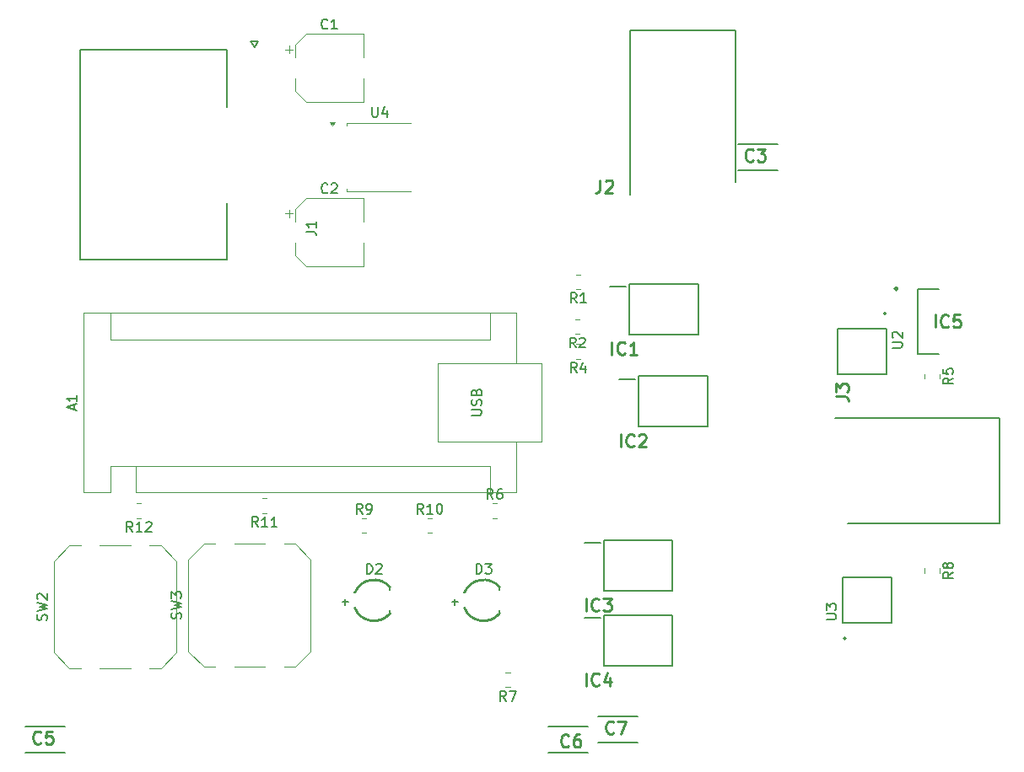
<source format=gbr>
%TF.GenerationSoftware,KiCad,Pcbnew,8.0.2-1*%
%TF.CreationDate,2024-11-25T18:38:24-05:00*%
%TF.ProjectId,EMS-Cast,454d532d-4361-4737-942e-6b696361645f,rev?*%
%TF.SameCoordinates,Original*%
%TF.FileFunction,Legend,Top*%
%TF.FilePolarity,Positive*%
%FSLAX46Y46*%
G04 Gerber Fmt 4.6, Leading zero omitted, Abs format (unit mm)*
G04 Created by KiCad (PCBNEW 8.0.2-1) date 2024-11-25 18:38:24*
%MOMM*%
%LPD*%
G01*
G04 APERTURE LIST*
%ADD10C,0.150000*%
%ADD11C,0.254000*%
%ADD12C,0.127000*%
%ADD13C,0.200000*%
%ADD14C,0.120000*%
%ADD15C,0.220000*%
%ADD16C,0.250000*%
G04 APERTURE END LIST*
D10*
X172395381Y-106906492D02*
X173205587Y-106906492D01*
X173205587Y-106906492D02*
X173300905Y-106858832D01*
X173300905Y-106858832D02*
X173348565Y-106811173D01*
X173348565Y-106811173D02*
X173396224Y-106715855D01*
X173396224Y-106715855D02*
X173396224Y-106525218D01*
X173396224Y-106525218D02*
X173348565Y-106429900D01*
X173348565Y-106429900D02*
X173300905Y-106382240D01*
X173300905Y-106382240D02*
X173205587Y-106334581D01*
X173205587Y-106334581D02*
X172395381Y-106334581D01*
X172395381Y-105953308D02*
X172395381Y-105333738D01*
X172395381Y-105333738D02*
X172776654Y-105667353D01*
X172776654Y-105667353D02*
X172776654Y-105524375D01*
X172776654Y-105524375D02*
X172824313Y-105429057D01*
X172824313Y-105429057D02*
X172871973Y-105381398D01*
X172871973Y-105381398D02*
X172967291Y-105333738D01*
X172967291Y-105333738D02*
X173205587Y-105333738D01*
X173205587Y-105333738D02*
X173300905Y-105381398D01*
X173300905Y-105381398D02*
X173348565Y-105429057D01*
X173348565Y-105429057D02*
X173396224Y-105524375D01*
X173396224Y-105524375D02*
X173396224Y-105810330D01*
X173396224Y-105810330D02*
X173348565Y-105905649D01*
X173348565Y-105905649D02*
X173300905Y-105953308D01*
D11*
X149680667Y-62776818D02*
X149680667Y-63683961D01*
X149680667Y-63683961D02*
X149620190Y-63865389D01*
X149620190Y-63865389D02*
X149499238Y-63986342D01*
X149499238Y-63986342D02*
X149317809Y-64046818D01*
X149317809Y-64046818D02*
X149196857Y-64046818D01*
X150224952Y-62897770D02*
X150285428Y-62837294D01*
X150285428Y-62837294D02*
X150406381Y-62776818D01*
X150406381Y-62776818D02*
X150708762Y-62776818D01*
X150708762Y-62776818D02*
X150829714Y-62837294D01*
X150829714Y-62837294D02*
X150890190Y-62897770D01*
X150890190Y-62897770D02*
X150950667Y-63018722D01*
X150950667Y-63018722D02*
X150950667Y-63139675D01*
X150950667Y-63139675D02*
X150890190Y-63321103D01*
X150890190Y-63321103D02*
X150164476Y-64046818D01*
X150164476Y-64046818D02*
X150950667Y-64046818D01*
X165043333Y-60794365D02*
X164982857Y-60854842D01*
X164982857Y-60854842D02*
X164801428Y-60915318D01*
X164801428Y-60915318D02*
X164680476Y-60915318D01*
X164680476Y-60915318D02*
X164499047Y-60854842D01*
X164499047Y-60854842D02*
X164378095Y-60733889D01*
X164378095Y-60733889D02*
X164317618Y-60612937D01*
X164317618Y-60612937D02*
X164257142Y-60371032D01*
X164257142Y-60371032D02*
X164257142Y-60189603D01*
X164257142Y-60189603D02*
X164317618Y-59947699D01*
X164317618Y-59947699D02*
X164378095Y-59826746D01*
X164378095Y-59826746D02*
X164499047Y-59705794D01*
X164499047Y-59705794D02*
X164680476Y-59645318D01*
X164680476Y-59645318D02*
X164801428Y-59645318D01*
X164801428Y-59645318D02*
X164982857Y-59705794D01*
X164982857Y-59705794D02*
X165043333Y-59766270D01*
X165466666Y-59645318D02*
X166252857Y-59645318D01*
X166252857Y-59645318D02*
X165829523Y-60129127D01*
X165829523Y-60129127D02*
X166010952Y-60129127D01*
X166010952Y-60129127D02*
X166131904Y-60189603D01*
X166131904Y-60189603D02*
X166192380Y-60250080D01*
X166192380Y-60250080D02*
X166252857Y-60371032D01*
X166252857Y-60371032D02*
X166252857Y-60673413D01*
X166252857Y-60673413D02*
X166192380Y-60794365D01*
X166192380Y-60794365D02*
X166131904Y-60854842D01*
X166131904Y-60854842D02*
X166010952Y-60915318D01*
X166010952Y-60915318D02*
X165648095Y-60915318D01*
X165648095Y-60915318D02*
X165527142Y-60854842D01*
X165527142Y-60854842D02*
X165466666Y-60794365D01*
D10*
X120169819Y-67963333D02*
X120884104Y-67963333D01*
X120884104Y-67963333D02*
X121026961Y-68010952D01*
X121026961Y-68010952D02*
X121122200Y-68106190D01*
X121122200Y-68106190D02*
X121169819Y-68249047D01*
X121169819Y-68249047D02*
X121169819Y-68344285D01*
X121169819Y-66963333D02*
X121169819Y-67534761D01*
X121169819Y-67249047D02*
X120169819Y-67249047D01*
X120169819Y-67249047D02*
X120312676Y-67344285D01*
X120312676Y-67344285D02*
X120407914Y-67439523D01*
X120407914Y-67439523D02*
X120455533Y-67534761D01*
X179013351Y-79618602D02*
X179823557Y-79618602D01*
X179823557Y-79618602D02*
X179918875Y-79570942D01*
X179918875Y-79570942D02*
X179966535Y-79523283D01*
X179966535Y-79523283D02*
X180014194Y-79427965D01*
X180014194Y-79427965D02*
X180014194Y-79237328D01*
X180014194Y-79237328D02*
X179966535Y-79142010D01*
X179966535Y-79142010D02*
X179918875Y-79094350D01*
X179918875Y-79094350D02*
X179823557Y-79046691D01*
X179823557Y-79046691D02*
X179013351Y-79046691D01*
X179108669Y-78617759D02*
X179061010Y-78570100D01*
X179061010Y-78570100D02*
X179013351Y-78474781D01*
X179013351Y-78474781D02*
X179013351Y-78236485D01*
X179013351Y-78236485D02*
X179061010Y-78141167D01*
X179061010Y-78141167D02*
X179108669Y-78093508D01*
X179108669Y-78093508D02*
X179203987Y-78045848D01*
X179203987Y-78045848D02*
X179299306Y-78045848D01*
X179299306Y-78045848D02*
X179442283Y-78093508D01*
X179442283Y-78093508D02*
X180014194Y-78665418D01*
X180014194Y-78665418D02*
X180014194Y-78045848D01*
X122333333Y-47509580D02*
X122285714Y-47557200D01*
X122285714Y-47557200D02*
X122142857Y-47604819D01*
X122142857Y-47604819D02*
X122047619Y-47604819D01*
X122047619Y-47604819D02*
X121904762Y-47557200D01*
X121904762Y-47557200D02*
X121809524Y-47461961D01*
X121809524Y-47461961D02*
X121761905Y-47366723D01*
X121761905Y-47366723D02*
X121714286Y-47176247D01*
X121714286Y-47176247D02*
X121714286Y-47033390D01*
X121714286Y-47033390D02*
X121761905Y-46842914D01*
X121761905Y-46842914D02*
X121809524Y-46747676D01*
X121809524Y-46747676D02*
X121904762Y-46652438D01*
X121904762Y-46652438D02*
X122047619Y-46604819D01*
X122047619Y-46604819D02*
X122142857Y-46604819D01*
X122142857Y-46604819D02*
X122285714Y-46652438D01*
X122285714Y-46652438D02*
X122333333Y-46700057D01*
X123285714Y-47604819D02*
X122714286Y-47604819D01*
X123000000Y-47604819D02*
X123000000Y-46604819D01*
X123000000Y-46604819D02*
X122904762Y-46747676D01*
X122904762Y-46747676D02*
X122809524Y-46842914D01*
X122809524Y-46842914D02*
X122714286Y-46890533D01*
X122333333Y-64009580D02*
X122285714Y-64057200D01*
X122285714Y-64057200D02*
X122142857Y-64104819D01*
X122142857Y-64104819D02*
X122047619Y-64104819D01*
X122047619Y-64104819D02*
X121904762Y-64057200D01*
X121904762Y-64057200D02*
X121809524Y-63961961D01*
X121809524Y-63961961D02*
X121761905Y-63866723D01*
X121761905Y-63866723D02*
X121714286Y-63676247D01*
X121714286Y-63676247D02*
X121714286Y-63533390D01*
X121714286Y-63533390D02*
X121761905Y-63342914D01*
X121761905Y-63342914D02*
X121809524Y-63247676D01*
X121809524Y-63247676D02*
X121904762Y-63152438D01*
X121904762Y-63152438D02*
X122047619Y-63104819D01*
X122047619Y-63104819D02*
X122142857Y-63104819D01*
X122142857Y-63104819D02*
X122285714Y-63152438D01*
X122285714Y-63152438D02*
X122333333Y-63200057D01*
X122714286Y-63200057D02*
X122761905Y-63152438D01*
X122761905Y-63152438D02*
X122857143Y-63104819D01*
X122857143Y-63104819D02*
X123095238Y-63104819D01*
X123095238Y-63104819D02*
X123190476Y-63152438D01*
X123190476Y-63152438D02*
X123238095Y-63200057D01*
X123238095Y-63200057D02*
X123285714Y-63295295D01*
X123285714Y-63295295D02*
X123285714Y-63390533D01*
X123285714Y-63390533D02*
X123238095Y-63533390D01*
X123238095Y-63533390D02*
X122666667Y-64104819D01*
X122666667Y-64104819D02*
X123285714Y-64104819D01*
X147238333Y-79604819D02*
X146905000Y-79128628D01*
X146666905Y-79604819D02*
X146666905Y-78604819D01*
X146666905Y-78604819D02*
X147047857Y-78604819D01*
X147047857Y-78604819D02*
X147143095Y-78652438D01*
X147143095Y-78652438D02*
X147190714Y-78700057D01*
X147190714Y-78700057D02*
X147238333Y-78795295D01*
X147238333Y-78795295D02*
X147238333Y-78938152D01*
X147238333Y-78938152D02*
X147190714Y-79033390D01*
X147190714Y-79033390D02*
X147143095Y-79081009D01*
X147143095Y-79081009D02*
X147047857Y-79128628D01*
X147047857Y-79128628D02*
X146666905Y-79128628D01*
X147619286Y-78700057D02*
X147666905Y-78652438D01*
X147666905Y-78652438D02*
X147762143Y-78604819D01*
X147762143Y-78604819D02*
X148000238Y-78604819D01*
X148000238Y-78604819D02*
X148095476Y-78652438D01*
X148095476Y-78652438D02*
X148143095Y-78700057D01*
X148143095Y-78700057D02*
X148190714Y-78795295D01*
X148190714Y-78795295D02*
X148190714Y-78890533D01*
X148190714Y-78890533D02*
X148143095Y-79033390D01*
X148143095Y-79033390D02*
X147571667Y-79604819D01*
X147571667Y-79604819D02*
X148190714Y-79604819D01*
D11*
X93543333Y-119294365D02*
X93482857Y-119354842D01*
X93482857Y-119354842D02*
X93301428Y-119415318D01*
X93301428Y-119415318D02*
X93180476Y-119415318D01*
X93180476Y-119415318D02*
X92999047Y-119354842D01*
X92999047Y-119354842D02*
X92878095Y-119233889D01*
X92878095Y-119233889D02*
X92817618Y-119112937D01*
X92817618Y-119112937D02*
X92757142Y-118871032D01*
X92757142Y-118871032D02*
X92757142Y-118689603D01*
X92757142Y-118689603D02*
X92817618Y-118447699D01*
X92817618Y-118447699D02*
X92878095Y-118326746D01*
X92878095Y-118326746D02*
X92999047Y-118205794D01*
X92999047Y-118205794D02*
X93180476Y-118145318D01*
X93180476Y-118145318D02*
X93301428Y-118145318D01*
X93301428Y-118145318D02*
X93482857Y-118205794D01*
X93482857Y-118205794D02*
X93543333Y-118266270D01*
X94692380Y-118145318D02*
X94087618Y-118145318D01*
X94087618Y-118145318D02*
X94027142Y-118750080D01*
X94027142Y-118750080D02*
X94087618Y-118689603D01*
X94087618Y-118689603D02*
X94208571Y-118629127D01*
X94208571Y-118629127D02*
X94510952Y-118629127D01*
X94510952Y-118629127D02*
X94631904Y-118689603D01*
X94631904Y-118689603D02*
X94692380Y-118750080D01*
X94692380Y-118750080D02*
X94752857Y-118871032D01*
X94752857Y-118871032D02*
X94752857Y-119173413D01*
X94752857Y-119173413D02*
X94692380Y-119294365D01*
X94692380Y-119294365D02*
X94631904Y-119354842D01*
X94631904Y-119354842D02*
X94510952Y-119415318D01*
X94510952Y-119415318D02*
X94208571Y-119415318D01*
X94208571Y-119415318D02*
X94087618Y-119354842D01*
X94087618Y-119354842D02*
X94027142Y-119294365D01*
D10*
X137261905Y-102319819D02*
X137261905Y-101319819D01*
X137261905Y-101319819D02*
X137500000Y-101319819D01*
X137500000Y-101319819D02*
X137642857Y-101367438D01*
X137642857Y-101367438D02*
X137738095Y-101462676D01*
X137738095Y-101462676D02*
X137785714Y-101557914D01*
X137785714Y-101557914D02*
X137833333Y-101748390D01*
X137833333Y-101748390D02*
X137833333Y-101891247D01*
X137833333Y-101891247D02*
X137785714Y-102081723D01*
X137785714Y-102081723D02*
X137738095Y-102176961D01*
X137738095Y-102176961D02*
X137642857Y-102272200D01*
X137642857Y-102272200D02*
X137500000Y-102319819D01*
X137500000Y-102319819D02*
X137261905Y-102319819D01*
X138166667Y-101319819D02*
X138785714Y-101319819D01*
X138785714Y-101319819D02*
X138452381Y-101700771D01*
X138452381Y-101700771D02*
X138595238Y-101700771D01*
X138595238Y-101700771D02*
X138690476Y-101748390D01*
X138690476Y-101748390D02*
X138738095Y-101796009D01*
X138738095Y-101796009D02*
X138785714Y-101891247D01*
X138785714Y-101891247D02*
X138785714Y-102129342D01*
X138785714Y-102129342D02*
X138738095Y-102224580D01*
X138738095Y-102224580D02*
X138690476Y-102272200D01*
X138690476Y-102272200D02*
X138595238Y-102319819D01*
X138595238Y-102319819D02*
X138309524Y-102319819D01*
X138309524Y-102319819D02*
X138214286Y-102272200D01*
X138214286Y-102272200D02*
X138166667Y-102224580D01*
X134795238Y-105157533D02*
X135404762Y-105157533D01*
X135100000Y-105462295D02*
X135100000Y-104852771D01*
X147333333Y-82104819D02*
X147000000Y-81628628D01*
X146761905Y-82104819D02*
X146761905Y-81104819D01*
X146761905Y-81104819D02*
X147142857Y-81104819D01*
X147142857Y-81104819D02*
X147238095Y-81152438D01*
X147238095Y-81152438D02*
X147285714Y-81200057D01*
X147285714Y-81200057D02*
X147333333Y-81295295D01*
X147333333Y-81295295D02*
X147333333Y-81438152D01*
X147333333Y-81438152D02*
X147285714Y-81533390D01*
X147285714Y-81533390D02*
X147238095Y-81581009D01*
X147238095Y-81581009D02*
X147142857Y-81628628D01*
X147142857Y-81628628D02*
X146761905Y-81628628D01*
X148190476Y-81438152D02*
X148190476Y-82104819D01*
X147952381Y-81057200D02*
X147714286Y-81771485D01*
X147714286Y-81771485D02*
X148333333Y-81771485D01*
X185104819Y-102166666D02*
X184628628Y-102499999D01*
X185104819Y-102738094D02*
X184104819Y-102738094D01*
X184104819Y-102738094D02*
X184104819Y-102357142D01*
X184104819Y-102357142D02*
X184152438Y-102261904D01*
X184152438Y-102261904D02*
X184200057Y-102214285D01*
X184200057Y-102214285D02*
X184295295Y-102166666D01*
X184295295Y-102166666D02*
X184438152Y-102166666D01*
X184438152Y-102166666D02*
X184533390Y-102214285D01*
X184533390Y-102214285D02*
X184581009Y-102261904D01*
X184581009Y-102261904D02*
X184628628Y-102357142D01*
X184628628Y-102357142D02*
X184628628Y-102738094D01*
X184533390Y-101595237D02*
X184485771Y-101690475D01*
X184485771Y-101690475D02*
X184438152Y-101738094D01*
X184438152Y-101738094D02*
X184342914Y-101785713D01*
X184342914Y-101785713D02*
X184295295Y-101785713D01*
X184295295Y-101785713D02*
X184200057Y-101738094D01*
X184200057Y-101738094D02*
X184152438Y-101690475D01*
X184152438Y-101690475D02*
X184104819Y-101595237D01*
X184104819Y-101595237D02*
X184104819Y-101404761D01*
X184104819Y-101404761D02*
X184152438Y-101309523D01*
X184152438Y-101309523D02*
X184200057Y-101261904D01*
X184200057Y-101261904D02*
X184295295Y-101214285D01*
X184295295Y-101214285D02*
X184342914Y-101214285D01*
X184342914Y-101214285D02*
X184438152Y-101261904D01*
X184438152Y-101261904D02*
X184485771Y-101309523D01*
X184485771Y-101309523D02*
X184533390Y-101404761D01*
X184533390Y-101404761D02*
X184533390Y-101595237D01*
X184533390Y-101595237D02*
X184581009Y-101690475D01*
X184581009Y-101690475D02*
X184628628Y-101738094D01*
X184628628Y-101738094D02*
X184723866Y-101785713D01*
X184723866Y-101785713D02*
X184914342Y-101785713D01*
X184914342Y-101785713D02*
X185009580Y-101738094D01*
X185009580Y-101738094D02*
X185057200Y-101690475D01*
X185057200Y-101690475D02*
X185104819Y-101595237D01*
X185104819Y-101595237D02*
X185104819Y-101404761D01*
X185104819Y-101404761D02*
X185057200Y-101309523D01*
X185057200Y-101309523D02*
X185009580Y-101261904D01*
X185009580Y-101261904D02*
X184914342Y-101214285D01*
X184914342Y-101214285D02*
X184723866Y-101214285D01*
X184723866Y-101214285D02*
X184628628Y-101261904D01*
X184628628Y-101261904D02*
X184581009Y-101309523D01*
X184581009Y-101309523D02*
X184533390Y-101404761D01*
X185104819Y-82666666D02*
X184628628Y-82999999D01*
X185104819Y-83238094D02*
X184104819Y-83238094D01*
X184104819Y-83238094D02*
X184104819Y-82857142D01*
X184104819Y-82857142D02*
X184152438Y-82761904D01*
X184152438Y-82761904D02*
X184200057Y-82714285D01*
X184200057Y-82714285D02*
X184295295Y-82666666D01*
X184295295Y-82666666D02*
X184438152Y-82666666D01*
X184438152Y-82666666D02*
X184533390Y-82714285D01*
X184533390Y-82714285D02*
X184581009Y-82761904D01*
X184581009Y-82761904D02*
X184628628Y-82857142D01*
X184628628Y-82857142D02*
X184628628Y-83238094D01*
X184104819Y-81761904D02*
X184104819Y-82238094D01*
X184104819Y-82238094D02*
X184581009Y-82285713D01*
X184581009Y-82285713D02*
X184533390Y-82238094D01*
X184533390Y-82238094D02*
X184485771Y-82142856D01*
X184485771Y-82142856D02*
X184485771Y-81904761D01*
X184485771Y-81904761D02*
X184533390Y-81809523D01*
X184533390Y-81809523D02*
X184581009Y-81761904D01*
X184581009Y-81761904D02*
X184676247Y-81714285D01*
X184676247Y-81714285D02*
X184914342Y-81714285D01*
X184914342Y-81714285D02*
X185009580Y-81761904D01*
X185009580Y-81761904D02*
X185057200Y-81809523D01*
X185057200Y-81809523D02*
X185104819Y-81904761D01*
X185104819Y-81904761D02*
X185104819Y-82142856D01*
X185104819Y-82142856D02*
X185057200Y-82238094D01*
X185057200Y-82238094D02*
X185009580Y-82285713D01*
X140238333Y-115104819D02*
X139905000Y-114628628D01*
X139666905Y-115104819D02*
X139666905Y-114104819D01*
X139666905Y-114104819D02*
X140047857Y-114104819D01*
X140047857Y-114104819D02*
X140143095Y-114152438D01*
X140143095Y-114152438D02*
X140190714Y-114200057D01*
X140190714Y-114200057D02*
X140238333Y-114295295D01*
X140238333Y-114295295D02*
X140238333Y-114438152D01*
X140238333Y-114438152D02*
X140190714Y-114533390D01*
X140190714Y-114533390D02*
X140143095Y-114581009D01*
X140143095Y-114581009D02*
X140047857Y-114628628D01*
X140047857Y-114628628D02*
X139666905Y-114628628D01*
X140571667Y-114104819D02*
X141238333Y-114104819D01*
X141238333Y-114104819D02*
X140809762Y-115104819D01*
X107607200Y-106833332D02*
X107654819Y-106690475D01*
X107654819Y-106690475D02*
X107654819Y-106452380D01*
X107654819Y-106452380D02*
X107607200Y-106357142D01*
X107607200Y-106357142D02*
X107559580Y-106309523D01*
X107559580Y-106309523D02*
X107464342Y-106261904D01*
X107464342Y-106261904D02*
X107369104Y-106261904D01*
X107369104Y-106261904D02*
X107273866Y-106309523D01*
X107273866Y-106309523D02*
X107226247Y-106357142D01*
X107226247Y-106357142D02*
X107178628Y-106452380D01*
X107178628Y-106452380D02*
X107131009Y-106642856D01*
X107131009Y-106642856D02*
X107083390Y-106738094D01*
X107083390Y-106738094D02*
X107035771Y-106785713D01*
X107035771Y-106785713D02*
X106940533Y-106833332D01*
X106940533Y-106833332D02*
X106845295Y-106833332D01*
X106845295Y-106833332D02*
X106750057Y-106785713D01*
X106750057Y-106785713D02*
X106702438Y-106738094D01*
X106702438Y-106738094D02*
X106654819Y-106642856D01*
X106654819Y-106642856D02*
X106654819Y-106404761D01*
X106654819Y-106404761D02*
X106702438Y-106261904D01*
X106654819Y-105928570D02*
X107654819Y-105690475D01*
X107654819Y-105690475D02*
X106940533Y-105499999D01*
X106940533Y-105499999D02*
X107654819Y-105309523D01*
X107654819Y-105309523D02*
X106654819Y-105071428D01*
X106654819Y-104785713D02*
X106654819Y-104166666D01*
X106654819Y-104166666D02*
X107035771Y-104499999D01*
X107035771Y-104499999D02*
X107035771Y-104357142D01*
X107035771Y-104357142D02*
X107083390Y-104261904D01*
X107083390Y-104261904D02*
X107131009Y-104214285D01*
X107131009Y-104214285D02*
X107226247Y-104166666D01*
X107226247Y-104166666D02*
X107464342Y-104166666D01*
X107464342Y-104166666D02*
X107559580Y-104214285D01*
X107559580Y-104214285D02*
X107607200Y-104261904D01*
X107607200Y-104261904D02*
X107654819Y-104357142D01*
X107654819Y-104357142D02*
X107654819Y-104642856D01*
X107654819Y-104642856D02*
X107607200Y-104738094D01*
X107607200Y-104738094D02*
X107559580Y-104785713D01*
X125833333Y-96304819D02*
X125500000Y-95828628D01*
X125261905Y-96304819D02*
X125261905Y-95304819D01*
X125261905Y-95304819D02*
X125642857Y-95304819D01*
X125642857Y-95304819D02*
X125738095Y-95352438D01*
X125738095Y-95352438D02*
X125785714Y-95400057D01*
X125785714Y-95400057D02*
X125833333Y-95495295D01*
X125833333Y-95495295D02*
X125833333Y-95638152D01*
X125833333Y-95638152D02*
X125785714Y-95733390D01*
X125785714Y-95733390D02*
X125738095Y-95781009D01*
X125738095Y-95781009D02*
X125642857Y-95828628D01*
X125642857Y-95828628D02*
X125261905Y-95828628D01*
X126309524Y-96304819D02*
X126500000Y-96304819D01*
X126500000Y-96304819D02*
X126595238Y-96257200D01*
X126595238Y-96257200D02*
X126642857Y-96209580D01*
X126642857Y-96209580D02*
X126738095Y-96066723D01*
X126738095Y-96066723D02*
X126785714Y-95876247D01*
X126785714Y-95876247D02*
X126785714Y-95495295D01*
X126785714Y-95495295D02*
X126738095Y-95400057D01*
X126738095Y-95400057D02*
X126690476Y-95352438D01*
X126690476Y-95352438D02*
X126595238Y-95304819D01*
X126595238Y-95304819D02*
X126404762Y-95304819D01*
X126404762Y-95304819D02*
X126309524Y-95352438D01*
X126309524Y-95352438D02*
X126261905Y-95400057D01*
X126261905Y-95400057D02*
X126214286Y-95495295D01*
X126214286Y-95495295D02*
X126214286Y-95733390D01*
X126214286Y-95733390D02*
X126261905Y-95828628D01*
X126261905Y-95828628D02*
X126309524Y-95876247D01*
X126309524Y-95876247D02*
X126404762Y-95923866D01*
X126404762Y-95923866D02*
X126595238Y-95923866D01*
X126595238Y-95923866D02*
X126690476Y-95876247D01*
X126690476Y-95876247D02*
X126738095Y-95828628D01*
X126738095Y-95828628D02*
X126785714Y-95733390D01*
X138933333Y-94804819D02*
X138600000Y-94328628D01*
X138361905Y-94804819D02*
X138361905Y-93804819D01*
X138361905Y-93804819D02*
X138742857Y-93804819D01*
X138742857Y-93804819D02*
X138838095Y-93852438D01*
X138838095Y-93852438D02*
X138885714Y-93900057D01*
X138885714Y-93900057D02*
X138933333Y-93995295D01*
X138933333Y-93995295D02*
X138933333Y-94138152D01*
X138933333Y-94138152D02*
X138885714Y-94233390D01*
X138885714Y-94233390D02*
X138838095Y-94281009D01*
X138838095Y-94281009D02*
X138742857Y-94328628D01*
X138742857Y-94328628D02*
X138361905Y-94328628D01*
X139790476Y-93804819D02*
X139600000Y-93804819D01*
X139600000Y-93804819D02*
X139504762Y-93852438D01*
X139504762Y-93852438D02*
X139457143Y-93900057D01*
X139457143Y-93900057D02*
X139361905Y-94042914D01*
X139361905Y-94042914D02*
X139314286Y-94233390D01*
X139314286Y-94233390D02*
X139314286Y-94614342D01*
X139314286Y-94614342D02*
X139361905Y-94709580D01*
X139361905Y-94709580D02*
X139409524Y-94757200D01*
X139409524Y-94757200D02*
X139504762Y-94804819D01*
X139504762Y-94804819D02*
X139695238Y-94804819D01*
X139695238Y-94804819D02*
X139790476Y-94757200D01*
X139790476Y-94757200D02*
X139838095Y-94709580D01*
X139838095Y-94709580D02*
X139885714Y-94614342D01*
X139885714Y-94614342D02*
X139885714Y-94376247D01*
X139885714Y-94376247D02*
X139838095Y-94281009D01*
X139838095Y-94281009D02*
X139790476Y-94233390D01*
X139790476Y-94233390D02*
X139695238Y-94185771D01*
X139695238Y-94185771D02*
X139504762Y-94185771D01*
X139504762Y-94185771D02*
X139409524Y-94233390D01*
X139409524Y-94233390D02*
X139361905Y-94281009D01*
X139361905Y-94281009D02*
X139314286Y-94376247D01*
X94107200Y-106983332D02*
X94154819Y-106840475D01*
X94154819Y-106840475D02*
X94154819Y-106602380D01*
X94154819Y-106602380D02*
X94107200Y-106507142D01*
X94107200Y-106507142D02*
X94059580Y-106459523D01*
X94059580Y-106459523D02*
X93964342Y-106411904D01*
X93964342Y-106411904D02*
X93869104Y-106411904D01*
X93869104Y-106411904D02*
X93773866Y-106459523D01*
X93773866Y-106459523D02*
X93726247Y-106507142D01*
X93726247Y-106507142D02*
X93678628Y-106602380D01*
X93678628Y-106602380D02*
X93631009Y-106792856D01*
X93631009Y-106792856D02*
X93583390Y-106888094D01*
X93583390Y-106888094D02*
X93535771Y-106935713D01*
X93535771Y-106935713D02*
X93440533Y-106983332D01*
X93440533Y-106983332D02*
X93345295Y-106983332D01*
X93345295Y-106983332D02*
X93250057Y-106935713D01*
X93250057Y-106935713D02*
X93202438Y-106888094D01*
X93202438Y-106888094D02*
X93154819Y-106792856D01*
X93154819Y-106792856D02*
X93154819Y-106554761D01*
X93154819Y-106554761D02*
X93202438Y-106411904D01*
X93154819Y-106078570D02*
X94154819Y-105840475D01*
X94154819Y-105840475D02*
X93440533Y-105649999D01*
X93440533Y-105649999D02*
X94154819Y-105459523D01*
X94154819Y-105459523D02*
X93154819Y-105221428D01*
X93250057Y-104888094D02*
X93202438Y-104840475D01*
X93202438Y-104840475D02*
X93154819Y-104745237D01*
X93154819Y-104745237D02*
X93154819Y-104507142D01*
X93154819Y-104507142D02*
X93202438Y-104411904D01*
X93202438Y-104411904D02*
X93250057Y-104364285D01*
X93250057Y-104364285D02*
X93345295Y-104316666D01*
X93345295Y-104316666D02*
X93440533Y-104316666D01*
X93440533Y-104316666D02*
X93583390Y-104364285D01*
X93583390Y-104364285D02*
X94154819Y-104935713D01*
X94154819Y-104935713D02*
X94154819Y-104316666D01*
X96869104Y-85849285D02*
X96869104Y-85373095D01*
X97154819Y-85944523D02*
X96154819Y-85611190D01*
X96154819Y-85611190D02*
X97154819Y-85277857D01*
X97154819Y-84420714D02*
X97154819Y-84992142D01*
X97154819Y-84706428D02*
X96154819Y-84706428D01*
X96154819Y-84706428D02*
X96297676Y-84801666D01*
X96297676Y-84801666D02*
X96392914Y-84896904D01*
X96392914Y-84896904D02*
X96440533Y-84992142D01*
X136794819Y-86396904D02*
X137604342Y-86396904D01*
X137604342Y-86396904D02*
X137699580Y-86349285D01*
X137699580Y-86349285D02*
X137747200Y-86301666D01*
X137747200Y-86301666D02*
X137794819Y-86206428D01*
X137794819Y-86206428D02*
X137794819Y-86015952D01*
X137794819Y-86015952D02*
X137747200Y-85920714D01*
X137747200Y-85920714D02*
X137699580Y-85873095D01*
X137699580Y-85873095D02*
X137604342Y-85825476D01*
X137604342Y-85825476D02*
X136794819Y-85825476D01*
X137747200Y-85396904D02*
X137794819Y-85254047D01*
X137794819Y-85254047D02*
X137794819Y-85015952D01*
X137794819Y-85015952D02*
X137747200Y-84920714D01*
X137747200Y-84920714D02*
X137699580Y-84873095D01*
X137699580Y-84873095D02*
X137604342Y-84825476D01*
X137604342Y-84825476D02*
X137509104Y-84825476D01*
X137509104Y-84825476D02*
X137413866Y-84873095D01*
X137413866Y-84873095D02*
X137366247Y-84920714D01*
X137366247Y-84920714D02*
X137318628Y-85015952D01*
X137318628Y-85015952D02*
X137271009Y-85206428D01*
X137271009Y-85206428D02*
X137223390Y-85301666D01*
X137223390Y-85301666D02*
X137175771Y-85349285D01*
X137175771Y-85349285D02*
X137080533Y-85396904D01*
X137080533Y-85396904D02*
X136985295Y-85396904D01*
X136985295Y-85396904D02*
X136890057Y-85349285D01*
X136890057Y-85349285D02*
X136842438Y-85301666D01*
X136842438Y-85301666D02*
X136794819Y-85206428D01*
X136794819Y-85206428D02*
X136794819Y-84968333D01*
X136794819Y-84968333D02*
X136842438Y-84825476D01*
X137271009Y-84063571D02*
X137318628Y-83920714D01*
X137318628Y-83920714D02*
X137366247Y-83873095D01*
X137366247Y-83873095D02*
X137461485Y-83825476D01*
X137461485Y-83825476D02*
X137604342Y-83825476D01*
X137604342Y-83825476D02*
X137699580Y-83873095D01*
X137699580Y-83873095D02*
X137747200Y-83920714D01*
X137747200Y-83920714D02*
X137794819Y-84015952D01*
X137794819Y-84015952D02*
X137794819Y-84396904D01*
X137794819Y-84396904D02*
X136794819Y-84396904D01*
X136794819Y-84396904D02*
X136794819Y-84063571D01*
X136794819Y-84063571D02*
X136842438Y-83968333D01*
X136842438Y-83968333D02*
X136890057Y-83920714D01*
X136890057Y-83920714D02*
X136985295Y-83873095D01*
X136985295Y-83873095D02*
X137080533Y-83873095D01*
X137080533Y-83873095D02*
X137175771Y-83920714D01*
X137175771Y-83920714D02*
X137223390Y-83968333D01*
X137223390Y-83968333D02*
X137271009Y-84063571D01*
X137271009Y-84063571D02*
X137271009Y-84396904D01*
X102762142Y-98104819D02*
X102428809Y-97628628D01*
X102190714Y-98104819D02*
X102190714Y-97104819D01*
X102190714Y-97104819D02*
X102571666Y-97104819D01*
X102571666Y-97104819D02*
X102666904Y-97152438D01*
X102666904Y-97152438D02*
X102714523Y-97200057D01*
X102714523Y-97200057D02*
X102762142Y-97295295D01*
X102762142Y-97295295D02*
X102762142Y-97438152D01*
X102762142Y-97438152D02*
X102714523Y-97533390D01*
X102714523Y-97533390D02*
X102666904Y-97581009D01*
X102666904Y-97581009D02*
X102571666Y-97628628D01*
X102571666Y-97628628D02*
X102190714Y-97628628D01*
X103714523Y-98104819D02*
X103143095Y-98104819D01*
X103428809Y-98104819D02*
X103428809Y-97104819D01*
X103428809Y-97104819D02*
X103333571Y-97247676D01*
X103333571Y-97247676D02*
X103238333Y-97342914D01*
X103238333Y-97342914D02*
X103143095Y-97390533D01*
X104095476Y-97200057D02*
X104143095Y-97152438D01*
X104143095Y-97152438D02*
X104238333Y-97104819D01*
X104238333Y-97104819D02*
X104476428Y-97104819D01*
X104476428Y-97104819D02*
X104571666Y-97152438D01*
X104571666Y-97152438D02*
X104619285Y-97200057D01*
X104619285Y-97200057D02*
X104666904Y-97295295D01*
X104666904Y-97295295D02*
X104666904Y-97390533D01*
X104666904Y-97390533D02*
X104619285Y-97533390D01*
X104619285Y-97533390D02*
X104047857Y-98104819D01*
X104047857Y-98104819D02*
X104666904Y-98104819D01*
D11*
X173331818Y-84527332D02*
X174238961Y-84527332D01*
X174238961Y-84527332D02*
X174420389Y-84587809D01*
X174420389Y-84587809D02*
X174541342Y-84708761D01*
X174541342Y-84708761D02*
X174601818Y-84890190D01*
X174601818Y-84890190D02*
X174601818Y-85011142D01*
X173331818Y-84043523D02*
X173331818Y-83257332D01*
X173331818Y-83257332D02*
X173815627Y-83680666D01*
X173815627Y-83680666D02*
X173815627Y-83499237D01*
X173815627Y-83499237D02*
X173876103Y-83378285D01*
X173876103Y-83378285D02*
X173936580Y-83317809D01*
X173936580Y-83317809D02*
X174057532Y-83257332D01*
X174057532Y-83257332D02*
X174359913Y-83257332D01*
X174359913Y-83257332D02*
X174480865Y-83317809D01*
X174480865Y-83317809D02*
X174541342Y-83378285D01*
X174541342Y-83378285D02*
X174601818Y-83499237D01*
X174601818Y-83499237D02*
X174601818Y-83862094D01*
X174601818Y-83862094D02*
X174541342Y-83983047D01*
X174541342Y-83983047D02*
X174480865Y-84043523D01*
X146533333Y-119612365D02*
X146472857Y-119672842D01*
X146472857Y-119672842D02*
X146291428Y-119733318D01*
X146291428Y-119733318D02*
X146170476Y-119733318D01*
X146170476Y-119733318D02*
X145989047Y-119672842D01*
X145989047Y-119672842D02*
X145868095Y-119551889D01*
X145868095Y-119551889D02*
X145807618Y-119430937D01*
X145807618Y-119430937D02*
X145747142Y-119189032D01*
X145747142Y-119189032D02*
X145747142Y-119007603D01*
X145747142Y-119007603D02*
X145807618Y-118765699D01*
X145807618Y-118765699D02*
X145868095Y-118644746D01*
X145868095Y-118644746D02*
X145989047Y-118523794D01*
X145989047Y-118523794D02*
X146170476Y-118463318D01*
X146170476Y-118463318D02*
X146291428Y-118463318D01*
X146291428Y-118463318D02*
X146472857Y-118523794D01*
X146472857Y-118523794D02*
X146533333Y-118584270D01*
X147621904Y-118463318D02*
X147379999Y-118463318D01*
X147379999Y-118463318D02*
X147259047Y-118523794D01*
X147259047Y-118523794D02*
X147198571Y-118584270D01*
X147198571Y-118584270D02*
X147077618Y-118765699D01*
X147077618Y-118765699D02*
X147017142Y-119007603D01*
X147017142Y-119007603D02*
X147017142Y-119491413D01*
X147017142Y-119491413D02*
X147077618Y-119612365D01*
X147077618Y-119612365D02*
X147138095Y-119672842D01*
X147138095Y-119672842D02*
X147259047Y-119733318D01*
X147259047Y-119733318D02*
X147500952Y-119733318D01*
X147500952Y-119733318D02*
X147621904Y-119672842D01*
X147621904Y-119672842D02*
X147682380Y-119612365D01*
X147682380Y-119612365D02*
X147742857Y-119491413D01*
X147742857Y-119491413D02*
X147742857Y-119189032D01*
X147742857Y-119189032D02*
X147682380Y-119068080D01*
X147682380Y-119068080D02*
X147621904Y-119007603D01*
X147621904Y-119007603D02*
X147500952Y-118947127D01*
X147500952Y-118947127D02*
X147259047Y-118947127D01*
X147259047Y-118947127D02*
X147138095Y-119007603D01*
X147138095Y-119007603D02*
X147077618Y-119068080D01*
X147077618Y-119068080D02*
X147017142Y-119189032D01*
X150860237Y-80304318D02*
X150860237Y-79034318D01*
X152190714Y-80183365D02*
X152130238Y-80243842D01*
X152130238Y-80243842D02*
X151948809Y-80304318D01*
X151948809Y-80304318D02*
X151827857Y-80304318D01*
X151827857Y-80304318D02*
X151646428Y-80243842D01*
X151646428Y-80243842D02*
X151525476Y-80122889D01*
X151525476Y-80122889D02*
X151464999Y-80001937D01*
X151464999Y-80001937D02*
X151404523Y-79760032D01*
X151404523Y-79760032D02*
X151404523Y-79578603D01*
X151404523Y-79578603D02*
X151464999Y-79336699D01*
X151464999Y-79336699D02*
X151525476Y-79215746D01*
X151525476Y-79215746D02*
X151646428Y-79094794D01*
X151646428Y-79094794D02*
X151827857Y-79034318D01*
X151827857Y-79034318D02*
X151948809Y-79034318D01*
X151948809Y-79034318D02*
X152130238Y-79094794D01*
X152130238Y-79094794D02*
X152190714Y-79155270D01*
X153400238Y-80304318D02*
X152674523Y-80304318D01*
X153037380Y-80304318D02*
X153037380Y-79034318D01*
X153037380Y-79034318D02*
X152916428Y-79215746D01*
X152916428Y-79215746D02*
X152795476Y-79336699D01*
X152795476Y-79336699D02*
X152674523Y-79397175D01*
X151760237Y-89574318D02*
X151760237Y-88304318D01*
X153090714Y-89453365D02*
X153030238Y-89513842D01*
X153030238Y-89513842D02*
X152848809Y-89574318D01*
X152848809Y-89574318D02*
X152727857Y-89574318D01*
X152727857Y-89574318D02*
X152546428Y-89513842D01*
X152546428Y-89513842D02*
X152425476Y-89392889D01*
X152425476Y-89392889D02*
X152364999Y-89271937D01*
X152364999Y-89271937D02*
X152304523Y-89030032D01*
X152304523Y-89030032D02*
X152304523Y-88848603D01*
X152304523Y-88848603D02*
X152364999Y-88606699D01*
X152364999Y-88606699D02*
X152425476Y-88485746D01*
X152425476Y-88485746D02*
X152546428Y-88364794D01*
X152546428Y-88364794D02*
X152727857Y-88304318D01*
X152727857Y-88304318D02*
X152848809Y-88304318D01*
X152848809Y-88304318D02*
X153030238Y-88364794D01*
X153030238Y-88364794D02*
X153090714Y-88425270D01*
X153574523Y-88425270D02*
X153634999Y-88364794D01*
X153634999Y-88364794D02*
X153755952Y-88304318D01*
X153755952Y-88304318D02*
X154058333Y-88304318D01*
X154058333Y-88304318D02*
X154179285Y-88364794D01*
X154179285Y-88364794D02*
X154239761Y-88425270D01*
X154239761Y-88425270D02*
X154300238Y-88546222D01*
X154300238Y-88546222D02*
X154300238Y-88667175D01*
X154300238Y-88667175D02*
X154239761Y-88848603D01*
X154239761Y-88848603D02*
X153514047Y-89574318D01*
X153514047Y-89574318D02*
X154300238Y-89574318D01*
X148260237Y-106074318D02*
X148260237Y-104804318D01*
X149590714Y-105953365D02*
X149530238Y-106013842D01*
X149530238Y-106013842D02*
X149348809Y-106074318D01*
X149348809Y-106074318D02*
X149227857Y-106074318D01*
X149227857Y-106074318D02*
X149046428Y-106013842D01*
X149046428Y-106013842D02*
X148925476Y-105892889D01*
X148925476Y-105892889D02*
X148864999Y-105771937D01*
X148864999Y-105771937D02*
X148804523Y-105530032D01*
X148804523Y-105530032D02*
X148804523Y-105348603D01*
X148804523Y-105348603D02*
X148864999Y-105106699D01*
X148864999Y-105106699D02*
X148925476Y-104985746D01*
X148925476Y-104985746D02*
X149046428Y-104864794D01*
X149046428Y-104864794D02*
X149227857Y-104804318D01*
X149227857Y-104804318D02*
X149348809Y-104804318D01*
X149348809Y-104804318D02*
X149530238Y-104864794D01*
X149530238Y-104864794D02*
X149590714Y-104925270D01*
X150014047Y-104804318D02*
X150800238Y-104804318D01*
X150800238Y-104804318D02*
X150376904Y-105288127D01*
X150376904Y-105288127D02*
X150558333Y-105288127D01*
X150558333Y-105288127D02*
X150679285Y-105348603D01*
X150679285Y-105348603D02*
X150739761Y-105409080D01*
X150739761Y-105409080D02*
X150800238Y-105530032D01*
X150800238Y-105530032D02*
X150800238Y-105832413D01*
X150800238Y-105832413D02*
X150739761Y-105953365D01*
X150739761Y-105953365D02*
X150679285Y-106013842D01*
X150679285Y-106013842D02*
X150558333Y-106074318D01*
X150558333Y-106074318D02*
X150195476Y-106074318D01*
X150195476Y-106074318D02*
X150074523Y-106013842D01*
X150074523Y-106013842D02*
X150014047Y-105953365D01*
X148260237Y-113574318D02*
X148260237Y-112304318D01*
X149590714Y-113453365D02*
X149530238Y-113513842D01*
X149530238Y-113513842D02*
X149348809Y-113574318D01*
X149348809Y-113574318D02*
X149227857Y-113574318D01*
X149227857Y-113574318D02*
X149046428Y-113513842D01*
X149046428Y-113513842D02*
X148925476Y-113392889D01*
X148925476Y-113392889D02*
X148864999Y-113271937D01*
X148864999Y-113271937D02*
X148804523Y-113030032D01*
X148804523Y-113030032D02*
X148804523Y-112848603D01*
X148804523Y-112848603D02*
X148864999Y-112606699D01*
X148864999Y-112606699D02*
X148925476Y-112485746D01*
X148925476Y-112485746D02*
X149046428Y-112364794D01*
X149046428Y-112364794D02*
X149227857Y-112304318D01*
X149227857Y-112304318D02*
X149348809Y-112304318D01*
X149348809Y-112304318D02*
X149530238Y-112364794D01*
X149530238Y-112364794D02*
X149590714Y-112425270D01*
X150679285Y-112727651D02*
X150679285Y-113574318D01*
X150376904Y-112243842D02*
X150074523Y-113150984D01*
X150074523Y-113150984D02*
X150860714Y-113150984D01*
D10*
X131952142Y-96304819D02*
X131618809Y-95828628D01*
X131380714Y-96304819D02*
X131380714Y-95304819D01*
X131380714Y-95304819D02*
X131761666Y-95304819D01*
X131761666Y-95304819D02*
X131856904Y-95352438D01*
X131856904Y-95352438D02*
X131904523Y-95400057D01*
X131904523Y-95400057D02*
X131952142Y-95495295D01*
X131952142Y-95495295D02*
X131952142Y-95638152D01*
X131952142Y-95638152D02*
X131904523Y-95733390D01*
X131904523Y-95733390D02*
X131856904Y-95781009D01*
X131856904Y-95781009D02*
X131761666Y-95828628D01*
X131761666Y-95828628D02*
X131380714Y-95828628D01*
X132904523Y-96304819D02*
X132333095Y-96304819D01*
X132618809Y-96304819D02*
X132618809Y-95304819D01*
X132618809Y-95304819D02*
X132523571Y-95447676D01*
X132523571Y-95447676D02*
X132428333Y-95542914D01*
X132428333Y-95542914D02*
X132333095Y-95590533D01*
X133523571Y-95304819D02*
X133618809Y-95304819D01*
X133618809Y-95304819D02*
X133714047Y-95352438D01*
X133714047Y-95352438D02*
X133761666Y-95400057D01*
X133761666Y-95400057D02*
X133809285Y-95495295D01*
X133809285Y-95495295D02*
X133856904Y-95685771D01*
X133856904Y-95685771D02*
X133856904Y-95923866D01*
X133856904Y-95923866D02*
X133809285Y-96114342D01*
X133809285Y-96114342D02*
X133761666Y-96209580D01*
X133761666Y-96209580D02*
X133714047Y-96257200D01*
X133714047Y-96257200D02*
X133618809Y-96304819D01*
X133618809Y-96304819D02*
X133523571Y-96304819D01*
X133523571Y-96304819D02*
X133428333Y-96257200D01*
X133428333Y-96257200D02*
X133380714Y-96209580D01*
X133380714Y-96209580D02*
X133333095Y-96114342D01*
X133333095Y-96114342D02*
X133285476Y-95923866D01*
X133285476Y-95923866D02*
X133285476Y-95685771D01*
X133285476Y-95685771D02*
X133333095Y-95495295D01*
X133333095Y-95495295D02*
X133380714Y-95400057D01*
X133380714Y-95400057D02*
X133428333Y-95352438D01*
X133428333Y-95352438D02*
X133523571Y-95304819D01*
X126261905Y-102319819D02*
X126261905Y-101319819D01*
X126261905Y-101319819D02*
X126500000Y-101319819D01*
X126500000Y-101319819D02*
X126642857Y-101367438D01*
X126642857Y-101367438D02*
X126738095Y-101462676D01*
X126738095Y-101462676D02*
X126785714Y-101557914D01*
X126785714Y-101557914D02*
X126833333Y-101748390D01*
X126833333Y-101748390D02*
X126833333Y-101891247D01*
X126833333Y-101891247D02*
X126785714Y-102081723D01*
X126785714Y-102081723D02*
X126738095Y-102176961D01*
X126738095Y-102176961D02*
X126642857Y-102272200D01*
X126642857Y-102272200D02*
X126500000Y-102319819D01*
X126500000Y-102319819D02*
X126261905Y-102319819D01*
X127214286Y-101415057D02*
X127261905Y-101367438D01*
X127261905Y-101367438D02*
X127357143Y-101319819D01*
X127357143Y-101319819D02*
X127595238Y-101319819D01*
X127595238Y-101319819D02*
X127690476Y-101367438D01*
X127690476Y-101367438D02*
X127738095Y-101415057D01*
X127738095Y-101415057D02*
X127785714Y-101510295D01*
X127785714Y-101510295D02*
X127785714Y-101605533D01*
X127785714Y-101605533D02*
X127738095Y-101748390D01*
X127738095Y-101748390D02*
X127166667Y-102319819D01*
X127166667Y-102319819D02*
X127785714Y-102319819D01*
X123795238Y-105157533D02*
X124404762Y-105157533D01*
X124100000Y-105462295D02*
X124100000Y-104852771D01*
D11*
X183310237Y-77574318D02*
X183310237Y-76304318D01*
X184640714Y-77453365D02*
X184580238Y-77513842D01*
X184580238Y-77513842D02*
X184398809Y-77574318D01*
X184398809Y-77574318D02*
X184277857Y-77574318D01*
X184277857Y-77574318D02*
X184096428Y-77513842D01*
X184096428Y-77513842D02*
X183975476Y-77392889D01*
X183975476Y-77392889D02*
X183914999Y-77271937D01*
X183914999Y-77271937D02*
X183854523Y-77030032D01*
X183854523Y-77030032D02*
X183854523Y-76848603D01*
X183854523Y-76848603D02*
X183914999Y-76606699D01*
X183914999Y-76606699D02*
X183975476Y-76485746D01*
X183975476Y-76485746D02*
X184096428Y-76364794D01*
X184096428Y-76364794D02*
X184277857Y-76304318D01*
X184277857Y-76304318D02*
X184398809Y-76304318D01*
X184398809Y-76304318D02*
X184580238Y-76364794D01*
X184580238Y-76364794D02*
X184640714Y-76425270D01*
X185789761Y-76304318D02*
X185184999Y-76304318D01*
X185184999Y-76304318D02*
X185124523Y-76909080D01*
X185124523Y-76909080D02*
X185184999Y-76848603D01*
X185184999Y-76848603D02*
X185305952Y-76788127D01*
X185305952Y-76788127D02*
X185608333Y-76788127D01*
X185608333Y-76788127D02*
X185729285Y-76848603D01*
X185729285Y-76848603D02*
X185789761Y-76909080D01*
X185789761Y-76909080D02*
X185850238Y-77030032D01*
X185850238Y-77030032D02*
X185850238Y-77332413D01*
X185850238Y-77332413D02*
X185789761Y-77453365D01*
X185789761Y-77453365D02*
X185729285Y-77513842D01*
X185729285Y-77513842D02*
X185608333Y-77574318D01*
X185608333Y-77574318D02*
X185305952Y-77574318D01*
X185305952Y-77574318D02*
X185184999Y-77513842D01*
X185184999Y-77513842D02*
X185124523Y-77453365D01*
D10*
X115357142Y-97604819D02*
X115023809Y-97128628D01*
X114785714Y-97604819D02*
X114785714Y-96604819D01*
X114785714Y-96604819D02*
X115166666Y-96604819D01*
X115166666Y-96604819D02*
X115261904Y-96652438D01*
X115261904Y-96652438D02*
X115309523Y-96700057D01*
X115309523Y-96700057D02*
X115357142Y-96795295D01*
X115357142Y-96795295D02*
X115357142Y-96938152D01*
X115357142Y-96938152D02*
X115309523Y-97033390D01*
X115309523Y-97033390D02*
X115261904Y-97081009D01*
X115261904Y-97081009D02*
X115166666Y-97128628D01*
X115166666Y-97128628D02*
X114785714Y-97128628D01*
X116309523Y-97604819D02*
X115738095Y-97604819D01*
X116023809Y-97604819D02*
X116023809Y-96604819D01*
X116023809Y-96604819D02*
X115928571Y-96747676D01*
X115928571Y-96747676D02*
X115833333Y-96842914D01*
X115833333Y-96842914D02*
X115738095Y-96890533D01*
X117261904Y-97604819D02*
X116690476Y-97604819D01*
X116976190Y-97604819D02*
X116976190Y-96604819D01*
X116976190Y-96604819D02*
X116880952Y-96747676D01*
X116880952Y-96747676D02*
X116785714Y-96842914D01*
X116785714Y-96842914D02*
X116690476Y-96890533D01*
D11*
X151043333Y-118294365D02*
X150982857Y-118354842D01*
X150982857Y-118354842D02*
X150801428Y-118415318D01*
X150801428Y-118415318D02*
X150680476Y-118415318D01*
X150680476Y-118415318D02*
X150499047Y-118354842D01*
X150499047Y-118354842D02*
X150378095Y-118233889D01*
X150378095Y-118233889D02*
X150317618Y-118112937D01*
X150317618Y-118112937D02*
X150257142Y-117871032D01*
X150257142Y-117871032D02*
X150257142Y-117689603D01*
X150257142Y-117689603D02*
X150317618Y-117447699D01*
X150317618Y-117447699D02*
X150378095Y-117326746D01*
X150378095Y-117326746D02*
X150499047Y-117205794D01*
X150499047Y-117205794D02*
X150680476Y-117145318D01*
X150680476Y-117145318D02*
X150801428Y-117145318D01*
X150801428Y-117145318D02*
X150982857Y-117205794D01*
X150982857Y-117205794D02*
X151043333Y-117266270D01*
X151466666Y-117145318D02*
X152313333Y-117145318D01*
X152313333Y-117145318D02*
X151769047Y-118415318D01*
D10*
X126803095Y-55429819D02*
X126803095Y-56239342D01*
X126803095Y-56239342D02*
X126850714Y-56334580D01*
X126850714Y-56334580D02*
X126898333Y-56382200D01*
X126898333Y-56382200D02*
X126993571Y-56429819D01*
X126993571Y-56429819D02*
X127184047Y-56429819D01*
X127184047Y-56429819D02*
X127279285Y-56382200D01*
X127279285Y-56382200D02*
X127326904Y-56334580D01*
X127326904Y-56334580D02*
X127374523Y-56239342D01*
X127374523Y-56239342D02*
X127374523Y-55429819D01*
X128279285Y-55763152D02*
X128279285Y-56429819D01*
X128041190Y-55382200D02*
X127803095Y-56096485D01*
X127803095Y-56096485D02*
X128422142Y-56096485D01*
X147333333Y-75104819D02*
X147000000Y-74628628D01*
X146761905Y-75104819D02*
X146761905Y-74104819D01*
X146761905Y-74104819D02*
X147142857Y-74104819D01*
X147142857Y-74104819D02*
X147238095Y-74152438D01*
X147238095Y-74152438D02*
X147285714Y-74200057D01*
X147285714Y-74200057D02*
X147333333Y-74295295D01*
X147333333Y-74295295D02*
X147333333Y-74438152D01*
X147333333Y-74438152D02*
X147285714Y-74533390D01*
X147285714Y-74533390D02*
X147238095Y-74581009D01*
X147238095Y-74581009D02*
X147142857Y-74628628D01*
X147142857Y-74628628D02*
X146761905Y-74628628D01*
X148285714Y-75104819D02*
X147714286Y-75104819D01*
X148000000Y-75104819D02*
X148000000Y-74104819D01*
X148000000Y-74104819D02*
X147904762Y-74247676D01*
X147904762Y-74247676D02*
X147809524Y-74342914D01*
X147809524Y-74342914D02*
X147714286Y-74390533D01*
D12*
%TO.C,U3*%
X174040000Y-102715000D02*
X178960000Y-102715000D01*
X174040000Y-107285000D02*
X174040000Y-102715000D01*
X178960000Y-102715000D02*
X178960000Y-107285000D01*
X178960000Y-107285000D02*
X174040000Y-107285000D01*
X174357000Y-108826000D02*
G75*
G02*
X174103000Y-108826000I-127000J0D01*
G01*
X174103000Y-108826000D02*
G75*
G02*
X174357000Y-108826000I127000J0D01*
G01*
D13*
%TO.C,J2*%
X152704000Y-47757500D02*
X152704000Y-64242500D01*
X163296000Y-47757500D02*
X152704000Y-47757500D01*
X163296000Y-62972500D02*
X163296000Y-47757500D01*
%TO.C,C3*%
X163500000Y-59200000D02*
X167500000Y-59200000D01*
X163500000Y-61800000D02*
X167500000Y-61800000D01*
D12*
%TO.C,J1*%
X97515000Y-49715000D02*
X112265000Y-49715000D01*
X97515000Y-70795000D02*
X97515000Y-49715000D01*
X112265000Y-55425000D02*
X112265000Y-49715000D01*
X112265000Y-70795000D02*
X97515000Y-70795000D01*
X112265000Y-70795000D02*
X112265000Y-65085000D01*
X114600000Y-48805000D02*
X115400000Y-48805000D01*
X115000000Y-49405000D02*
X114600000Y-48805000D01*
X115400000Y-48805000D02*
X115000000Y-49405000D01*
%TO.C,U2*%
X173540000Y-77715000D02*
X178460000Y-77715000D01*
X173540000Y-82285000D02*
X173540000Y-77715000D01*
X178460000Y-77715000D02*
X178460000Y-82285000D01*
X178460000Y-82285000D02*
X173540000Y-82285000D01*
X178397000Y-76174000D02*
G75*
G02*
X178143000Y-76174000I-127000J0D01*
G01*
X178143000Y-76174000D02*
G75*
G02*
X178397000Y-76174000I127000J0D01*
G01*
D14*
%TO.C,C1*%
X118062500Y-49652500D02*
X118850000Y-49652500D01*
X118456250Y-49258750D02*
X118456250Y-50046250D01*
X119090000Y-49154437D02*
X119090000Y-50440000D01*
X119090000Y-49154437D02*
X120154437Y-48090000D01*
X119090000Y-53845563D02*
X119090000Y-52560000D01*
X119090000Y-53845563D02*
X120154437Y-54910000D01*
X120154437Y-48090000D02*
X125910000Y-48090000D01*
X120154437Y-54910000D02*
X125910000Y-54910000D01*
X125910000Y-48090000D02*
X125910000Y-50440000D01*
X125910000Y-54910000D02*
X125910000Y-52560000D01*
%TO.C,C2*%
X118062500Y-66152500D02*
X118850000Y-66152500D01*
X118456250Y-65758750D02*
X118456250Y-66546250D01*
X119090000Y-65654437D02*
X119090000Y-66940000D01*
X119090000Y-65654437D02*
X120154437Y-64590000D01*
X119090000Y-70345563D02*
X119090000Y-69060000D01*
X119090000Y-70345563D02*
X120154437Y-71410000D01*
X120154437Y-64590000D02*
X125910000Y-64590000D01*
X120154437Y-71410000D02*
X125910000Y-71410000D01*
X125910000Y-64590000D02*
X125910000Y-66940000D01*
X125910000Y-71410000D02*
X125910000Y-69060000D01*
%TO.C,R2*%
X147632064Y-76765000D02*
X147177936Y-76765000D01*
X147632064Y-78235000D02*
X147177936Y-78235000D01*
D13*
%TO.C,C5*%
X92000000Y-117700000D02*
X96000000Y-117700000D01*
X92000000Y-120300000D02*
X96000000Y-120300000D01*
%TO.C,D3*%
X139600000Y-104000000D02*
X139600000Y-103680000D01*
X139600000Y-106000000D02*
X139600000Y-106320000D01*
D15*
X136070000Y-104230000D02*
G75*
G02*
X139600001Y-103680000I1930711J-788561D01*
G01*
X139600001Y-106320000D02*
G75*
G02*
X136070000Y-105770000I-1599290J1338561D01*
G01*
D14*
%TO.C,R4*%
X147727064Y-79265000D02*
X147272936Y-79265000D01*
X147727064Y-80735000D02*
X147272936Y-80735000D01*
%TO.C,R8*%
X182265000Y-101772936D02*
X182265000Y-102227064D01*
X183735000Y-101772936D02*
X183735000Y-102227064D01*
%TO.C,R5*%
X182265000Y-82272936D02*
X182265000Y-82727064D01*
X183735000Y-82272936D02*
X183735000Y-82727064D01*
%TO.C,R7*%
X140632064Y-112265000D02*
X140177936Y-112265000D01*
X140632064Y-113735000D02*
X140177936Y-113735000D01*
%TO.C,SW3*%
X108350000Y-100900000D02*
X109900000Y-99300000D01*
X108350000Y-110100000D02*
X108350000Y-100900000D01*
X109900000Y-111700000D02*
X108350000Y-110100000D01*
X111050000Y-99300000D02*
X109900000Y-99300000D01*
X111050000Y-111700000D02*
X109900000Y-111700000D01*
X112950000Y-99300000D02*
X116050000Y-99300000D01*
X112950000Y-111700000D02*
X116050000Y-111700000D01*
X117950000Y-99300000D02*
X119100000Y-99300000D01*
X117950000Y-111700000D02*
X119100000Y-111700000D01*
X119100000Y-111700000D02*
X120650000Y-110100000D01*
X120650000Y-100900000D02*
X119100000Y-99300000D01*
X120650000Y-110100000D02*
X120650000Y-100900000D01*
%TO.C,R9*%
X125772936Y-96765000D02*
X126227064Y-96765000D01*
X125772936Y-98235000D02*
X126227064Y-98235000D01*
%TO.C,R6*%
X138872936Y-95265000D02*
X139327064Y-95265000D01*
X138872936Y-96735000D02*
X139327064Y-96735000D01*
%TO.C,SW2*%
X94850000Y-101050000D02*
X96400000Y-99450000D01*
X94850000Y-110250000D02*
X94850000Y-101050000D01*
X96400000Y-111850000D02*
X94850000Y-110250000D01*
X97550000Y-99450000D02*
X96400000Y-99450000D01*
X97550000Y-111850000D02*
X96400000Y-111850000D01*
X99450000Y-99450000D02*
X102550000Y-99450000D01*
X99450000Y-111850000D02*
X102550000Y-111850000D01*
X104450000Y-99450000D02*
X105600000Y-99450000D01*
X104450000Y-111850000D02*
X105600000Y-111850000D01*
X105600000Y-111850000D02*
X107150000Y-110250000D01*
X107150000Y-101050000D02*
X105600000Y-99450000D01*
X107150000Y-110250000D02*
X107150000Y-101050000D01*
%TO.C,A1*%
X97840000Y-76115000D02*
X97840000Y-94155000D01*
X97840000Y-94155000D02*
X100510000Y-94155000D01*
X100510000Y-78785000D02*
X100510000Y-76115000D01*
X100510000Y-78785000D02*
X138610000Y-78785000D01*
X100510000Y-91485000D02*
X100510000Y-94155000D01*
X103050000Y-91485000D02*
X100510000Y-91485000D01*
X103050000Y-91485000D02*
X103050000Y-94155000D01*
X103050000Y-91485000D02*
X138610000Y-91485000D01*
X103050000Y-94155000D02*
X141280000Y-94155000D01*
X133400000Y-81195000D02*
X143820000Y-81195000D01*
X133400000Y-89075000D02*
X133400000Y-81195000D01*
X138610000Y-78785000D02*
X138610000Y-76115000D01*
X138610000Y-91485000D02*
X138610000Y-94155000D01*
X141280000Y-76115000D02*
X97840000Y-76115000D01*
X141280000Y-76115000D02*
X141280000Y-81195000D01*
X141280000Y-94155000D02*
X141280000Y-89075000D01*
X143820000Y-81195000D02*
X143820000Y-89075000D01*
X143820000Y-89075000D02*
X133400000Y-89075000D01*
%TO.C,R12*%
X103632064Y-95265000D02*
X103177936Y-95265000D01*
X103632064Y-96735000D02*
X103177936Y-96735000D01*
D13*
%TO.C,J3*%
X174527500Y-97296000D02*
X189742500Y-97296000D01*
X189742500Y-86704000D02*
X173257500Y-86704000D01*
X189742500Y-97296000D02*
X189742500Y-86704000D01*
%TO.C,C6*%
X148500000Y-117700000D02*
X144500000Y-117700000D01*
X148500000Y-120300000D02*
X144500000Y-120300000D01*
%TO.C,IC1*%
X150700000Y-73485000D02*
X152300000Y-73485000D01*
X152650000Y-73190000D02*
X159550000Y-73190000D01*
X152650000Y-78270000D02*
X152650000Y-73190000D01*
X159550000Y-73190000D02*
X159550000Y-78270000D01*
X159550000Y-78270000D02*
X152650000Y-78270000D01*
%TO.C,IC2*%
X151600000Y-82755000D02*
X153200000Y-82755000D01*
X153550000Y-82460000D02*
X160450000Y-82460000D01*
X153550000Y-87540000D02*
X153550000Y-82460000D01*
X160450000Y-82460000D02*
X160450000Y-87540000D01*
X160450000Y-87540000D02*
X153550000Y-87540000D01*
%TO.C,IC3*%
X148100000Y-99255000D02*
X149700000Y-99255000D01*
X150050000Y-98960000D02*
X156950000Y-98960000D01*
X150050000Y-104040000D02*
X150050000Y-98960000D01*
X156950000Y-98960000D02*
X156950000Y-104040000D01*
X156950000Y-104040000D02*
X150050000Y-104040000D01*
%TO.C,IC4*%
X148100000Y-106755000D02*
X149700000Y-106755000D01*
X150050000Y-106460000D02*
X156950000Y-106460000D01*
X150050000Y-111540000D02*
X150050000Y-106460000D01*
X156950000Y-106460000D02*
X156950000Y-111540000D01*
X156950000Y-111540000D02*
X150050000Y-111540000D01*
D14*
%TO.C,R10*%
X132367936Y-96765000D02*
X132822064Y-96765000D01*
X132367936Y-98235000D02*
X132822064Y-98235000D01*
D13*
%TO.C,D2*%
X128600000Y-104000000D02*
X128600000Y-103680000D01*
X128600000Y-106000000D02*
X128600000Y-106320000D01*
D15*
X125070000Y-104230000D02*
G75*
G02*
X128600001Y-103680000I1930711J-788561D01*
G01*
X128600001Y-106320000D02*
G75*
G02*
X125070000Y-105770000I-1599290J1338561D01*
G01*
D13*
%TO.C,IC5*%
X181600000Y-73750000D02*
X183700000Y-73750000D01*
X181600000Y-80250000D02*
X181600000Y-73750000D01*
X183700000Y-80250000D02*
X181600000Y-80250000D01*
D16*
X179525000Y-73700000D02*
G75*
G02*
X179275000Y-73700000I-125000J0D01*
G01*
X179275000Y-73700000D02*
G75*
G02*
X179525000Y-73700000I125000J0D01*
G01*
D14*
%TO.C,R11*%
X116227064Y-94765000D02*
X115772936Y-94765000D01*
X116227064Y-96235000D02*
X115772936Y-96235000D01*
D13*
%TO.C,C7*%
X149500000Y-116700000D02*
X153500000Y-116700000D01*
X149500000Y-119300000D02*
X153500000Y-119300000D01*
D14*
%TO.C,U4*%
X124255000Y-57025000D02*
X124255000Y-57295000D01*
X124255000Y-63925000D02*
X124255000Y-63655000D01*
X130675000Y-57025000D02*
X124255000Y-57025000D01*
X130675000Y-63925000D02*
X124255000Y-63925000D01*
X122835000Y-57335000D02*
X122595000Y-57005000D01*
X123075000Y-57005000D01*
X122835000Y-57335000D01*
G36*
X122835000Y-57335000D02*
G01*
X122595000Y-57005000D01*
X123075000Y-57005000D01*
X122835000Y-57335000D01*
G37*
%TO.C,R1*%
X147727064Y-72265000D02*
X147272936Y-72265000D01*
X147727064Y-73735000D02*
X147272936Y-73735000D01*
%TD*%
M02*

</source>
